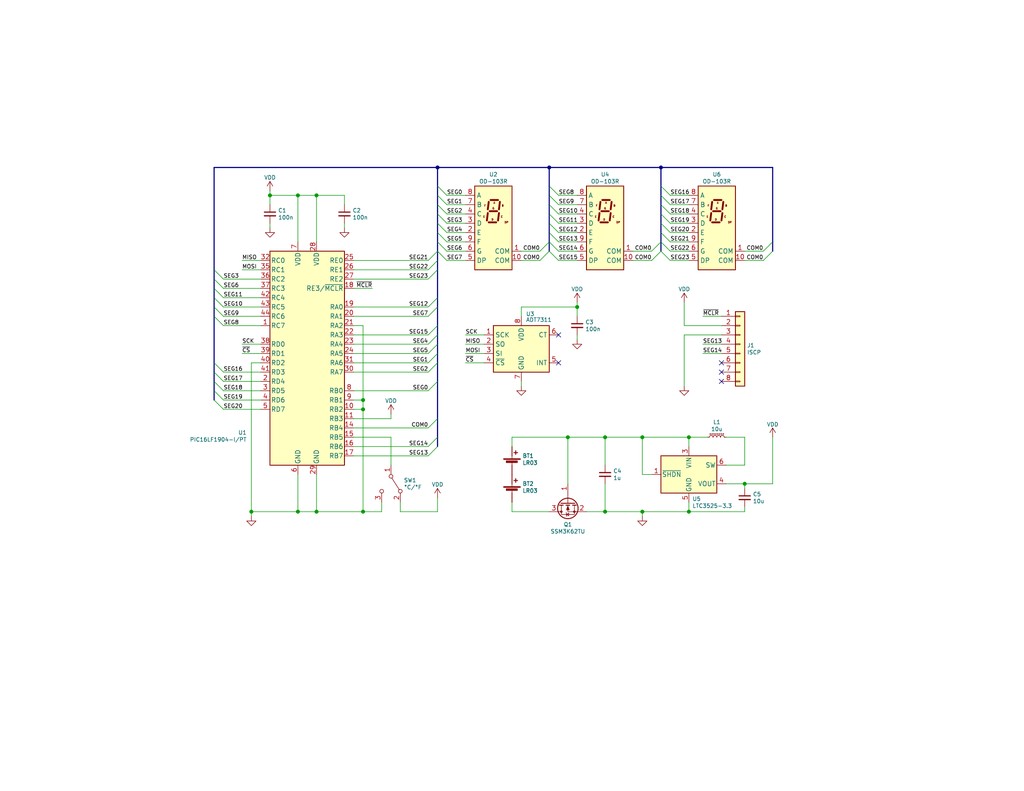
<source format=kicad_sch>
(kicad_sch (version 20211123) (generator eeschema)
  (paper "USLetter")
  (title_block (title "Digital Room Thermometer") (date "2022-07-01") (rev "01") (company "© 2022 ulaktron"))
  (lib_symbols
    (symbol "Connector_Generic:Conn_01x08" (pin_names (offset 1.016) hide)
      (property "Reference" "J" (at 0 10.16 0))
      (property "Value" "Conn_01x08" (at 0 -12.7 0))
      (symbol "Conn_01x08_1_1"
        (rectangle (start -1.27 -10.033) (end 0 -10.287) (stroke (width 0.1524)))
        (rectangle (start -1.27 -7.493) (end 0 -7.747) (stroke (width 0.1524)))
        (rectangle (start -1.27 -4.953) (end 0 -5.207) (stroke (width 0.1524)))
        (rectangle (start -1.27 -2.413) (end 0 -2.667) (stroke (width 0.1524)))
        (rectangle (start -1.27 0.127) (end 0 -0.127) (stroke (width 0.1524)))
        (rectangle (start -1.27 2.667) (end 0 2.413) (stroke (width 0.1524)))
        (rectangle (start -1.27 5.207) (end 0 4.953) (stroke (width 0.1524)))
        (rectangle (start -1.27 7.747) (end 0 7.493) (stroke (width 0.1524)))
        (rectangle (start -1.27 8.89) (end 1.27 -11.43) (stroke (width 0.254)) (fill (type background)))
        (pin passive line (at -5.08 7.62 0) (length 3.81) (name "Pin_1") (number "1"))
        (pin passive line (at -5.08 5.08 0) (length 3.81) (name "Pin_2") (number "2"))
        (pin passive line (at -5.08 2.54 0) (length 3.81) (name "Pin_3") (number "3"))
        (pin passive line (at -5.08 0 0) (length 3.81) (name "Pin_4") (number "4"))
        (pin passive line (at -5.08 -2.54 0) (length 3.81) (name "Pin_5") (number "5"))
        (pin passive line (at -5.08 -5.08 0) (length 3.81) (name "Pin_6") (number "6"))
        (pin passive line (at -5.08 -7.62 0) (length 3.81) (name "Pin_7") (number "7"))
        (pin passive line (at -5.08 -10.16 0) (length 3.81) (name "Pin_8") (number "8"))
      )
    )
    (symbol "Device:Battery_Cell" (pin_numbers hide) (pin_names (offset 0) hide)
      (property "Reference" "BT" (at 2.54 2.54 0))
      (property "Value" "Battery_Cell" (at 2.54 0 0))
      (symbol "Battery_Cell_0_1"
        (rectangle (start -2.286 1.778) (end 2.286 1.524) (fill (type outline)))
        (rectangle (start -1.5748 1.1938) (end 1.4732 0.6858) (fill (type outline)))
        (polyline (pts (xy 0 0.762) (xy 0 0)))
        (polyline (pts (xy 0 1.778) (xy 0 2.54)))
        (polyline (pts (xy 0.508 3.429) (xy 1.524 3.429)) (stroke (width 0.254)))
        (polyline (pts (xy 1.016 3.937) (xy 1.016 2.921)) (stroke (width 0.254)))
      )
      (symbol "Battery_Cell_1_1"
        (pin passive line (at 0 5.08 270) (length 2.54) (name "+") (number "1"))
        (pin passive line (at 0 -2.54 90) (length 2.54) (name "-") (number "2"))
      )
    )
    (symbol "Device:C_Small" (pin_numbers hide) (pin_names (offset 0.254) hide)
      (property "Reference" "C" (at 0.254 1.778 0))
      (property "Value" "C_Small" (at 0.254 -2.032 0))
      (symbol "C_Small_0_1"
        (polyline (pts (xy -1.524 -0.508) (xy 1.524 -0.508)) (stroke (width 0.3302)))
        (polyline (pts (xy -1.524 0.508) (xy 1.524 0.508)) (stroke (width 0.3048)))
      )
      (symbol "C_Small_1_1"
        (pin passive line (at 0 2.54 270) (length 2.032) (name "~") (number "1"))
        (pin passive line (at 0 -2.54 90) (length 2.032) (name "~") (number "2"))
      )
    )
    (symbol "Device:L_Ferrite_Small" (pin_numbers hide) (pin_names (offset 0.254) hide)
      (property "Reference" "L" (at 1.27 1.016 0))
      (property "Value" "L_Ferrite_Small" (at 1.27 -1.27 0))
      (symbol "L_Ferrite_Small_0_1"
        (arc (start 0 -2.032) (mid 0.508 -1.524) (end 0 -1.016))
        (arc (start 0 -1.016) (mid 0.508 -0.508) (end 0 0))
        (polyline (pts (xy 0.762 -1.905) (xy 0.762 -1.651)))
        (polyline (pts (xy 0.762 -1.397) (xy 0.762 -1.143)))
        (polyline (pts (xy 0.762 -0.889) (xy 0.762 -0.635)))
        (polyline (pts (xy 0.762 -0.381) (xy 0.762 -0.127)))
        (polyline (pts (xy 0.762 0.127) (xy 0.762 0.381)))
        (polyline (pts (xy 0.762 0.635) (xy 0.762 0.889)))
        (polyline (pts (xy 0.762 1.143) (xy 0.762 1.397)))
        (polyline (pts (xy 0.762 1.651) (xy 0.762 1.905)))
        (polyline (pts (xy 1.016 -1.651) (xy 1.016 -1.905)))
        (polyline (pts (xy 1.016 -1.143) (xy 1.016 -1.397)))
        (polyline (pts (xy 1.016 -0.635) (xy 1.016 -0.889)))
        (polyline (pts (xy 1.016 -0.127) (xy 1.016 -0.381)))
        (polyline (pts (xy 1.016 0.381) (xy 1.016 0.127)))
        (polyline (pts (xy 1.016 0.889) (xy 1.016 0.635)))
        (polyline (pts (xy 1.016 1.397) (xy 1.016 1.143)))
        (polyline (pts (xy 1.016 1.905) (xy 1.016 1.651)))
        (arc (start 0 0) (mid 0.508 0.508) (end 0 1.016))
        (arc (start 0 1.016) (mid 0.508 1.524) (end 0 2.032))
      )
      (symbol "L_Ferrite_Small_1_1"
        (pin passive line (at 0 2.54 270) (length 0.508) (name "~") (number "1"))
        (pin passive line (at 0 -2.54 90) (length 0.508) (name "~") (number "2"))
      )
    )
    (symbol "Device:Q_NMOS_GSD" (pin_names (offset 0) hide)
      (property "Reference" "Q" (at 5.08 1.27 0))
      (property "Value" "Q_NMOS_GSD" (at 5.08 -1.27 0))
      (symbol "Q_NMOS_GSD_0_1"
        (polyline (pts (xy 0.254 0) (xy -2.54 0)))
        (polyline (pts (xy 0.254 1.905) (xy 0.254 -1.905)) (stroke (width 0.254)))
        (polyline (pts (xy 0.762 -1.27) (xy 0.762 -2.286)) (stroke (width 0.254)))
        (polyline (pts (xy 0.762 0.508) (xy 0.762 -0.508)) (stroke (width 0.254)))
        (polyline (pts (xy 0.762 2.286) (xy 0.762 1.27)) (stroke (width 0.254)))
        (polyline (pts (xy 2.54 2.54) (xy 2.54 1.778)))
        (polyline (pts (xy 2.54 -2.54) (xy 2.54 0) (xy 0.762 0)))
        (polyline (pts (xy 0.762 -1.778) (xy 3.302 -1.778) (xy 3.302 1.778) (xy 0.762 1.778)))
        (polyline (pts (xy 1.016 0) (xy 2.032 0.381) (xy 2.032 -0.381) (xy 1.016 0)) (fill (type outline)))
        (polyline (pts (xy 2.794 0.508) (xy 2.921 0.381) (xy 3.683 0.381) (xy 3.81 0.254)))
        (polyline (pts (xy 3.302 0.381) (xy 2.921 -0.254) (xy 3.683 -0.254) (xy 3.302 0.381)))
        (circle (center 1.651 0) (radius 2.794) (stroke (width 0.254)))
        (circle (center 2.54 -1.778) (radius 0.254) (fill (type outline)))
        (circle (center 2.54 1.778) (radius 0.254) (fill (type outline)))
      )
      (symbol "Q_NMOS_GSD_1_1"
        (pin input line (at -5.08 0 0) (length 2.54) (name "G") (number "1"))
        (pin passive line (at 2.54 -5.08 90) (length 2.54) (name "S") (number "2"))
        (pin passive line (at 2.54 5.08 270) (length 2.54) (name "D") (number "3"))
      )
    )
    (symbol "OD-103R_1"
      (property "Reference" "U" (at 0 15.24 0))
      (property "Value" "OD-103R_1" (at 0 12.7 0))
      (symbol "OD-103R_1_0_0"
        (text "A" (at 0.254 6.858 0) (effects (font (size 0.508 0.508))))
        (text "B" (at 2.54 6.096 0) (effects (font (size 0.508 0.508))))
        (text "C" (at 2.286 3.048 0) (effects (font (size 0.508 0.508))))
        (text "D" (at -0.254 2.286 0) (effects (font (size 0.508 0.508))))
        (text "DP" (at 3.556 1.524 0) (effects (font (size 0.508 0.508))))
        (text "E" (at -2.54 3.048 0) (effects (font (size 0.508 0.508))))
        (text "F" (at -2.286 6.096 0) (effects (font (size 0.508 0.508))))
        (text "G" (at 0 5.334 0) (effects (font (size 0.508 0.508))))
        (pin passive line (at 7.62 -8.89 180) (length 2.54) (name "COM") (number "10"))
      )
      (symbol "OD-103R_1_0_1"
        (rectangle (start -5.08 11.43) (end 5.08 -11.43) (stroke (width 0.254)) (fill (type background)))
        (polyline (pts (xy -1.524 4.064) (xy -1.778 2.032)) (stroke (width 0.508)))
        (polyline (pts (xy -1.27 1.524) (xy 0.762 1.524)) (stroke (width 0.508)))
        (polyline (pts (xy -1.27 7.112) (xy -1.524 5.08)) (stroke (width 0.508)))
        (polyline (pts (xy -1.016 4.572) (xy 1.016 4.572)) (stroke (width 0.508)))
        (polyline (pts (xy -0.762 7.62) (xy 1.27 7.62)) (stroke (width 0.508)))
        (polyline (pts (xy 1.524 4.064) (xy 1.27 2.032)) (stroke (width 0.508)))
        (polyline (pts (xy 1.778 7.112) (xy 1.524 5.08)) (stroke (width 0.508)))
        (polyline (pts (xy 2.54 1.524) (xy 2.54 1.524)) (stroke (width 0.508)))
      )
      (symbol "OD-103R_1_1_1"
        (pin passive line (at 7.62 -6.35 180) (length 2.54) (name "COM") (number "1"))
        (pin passive line (at -7.62 -1.27 0) (length 2.54) (name "E") (number "2"))
        (pin passive line (at -7.62 1.27 0) (length 2.54) (name "D") (number "3"))
        (pin passive line (at -7.62 3.81 0) (length 2.54) (name "C") (number "4"))
        (pin passive line (at -7.62 -8.89 0) (length 2.54) (name "DP") (number "5"))
        (pin passive line (at -7.62 -6.35 0) (length 2.54) (name "G") (number "6"))
        (pin passive line (at -7.62 6.35 0) (length 2.54) (name "B") (number "7"))
        (pin passive line (at -7.62 8.89 0) (length 2.54) (name "A") (number "8"))
        (pin passive line (at -7.62 -3.81 0) (length 2.54) (name "F") (number "9"))
      )
    )
    (symbol "OD-103R_2"
      (property "Reference" "U" (at 0 15.24 0))
      (property "Value" "OD-103R_2" (at 0 12.7 0))
      (symbol "OD-103R_2_0_0"
        (text "A" (at 0.254 6.858 0) (effects (font (size 0.508 0.508))))
        (text "B" (at 2.54 6.096 0) (effects (font (size 0.508 0.508))))
        (text "C" (at 2.286 3.048 0) (effects (font (size 0.508 0.508))))
        (text "D" (at -0.254 2.286 0) (effects (font (size 0.508 0.508))))
        (text "DP" (at 3.556 1.524 0) (effects (font (size 0.508 0.508))))
        (text "E" (at -2.54 3.048 0) (effects (font (size 0.508 0.508))))
        (text "F" (at -2.286 6.096 0) (effects (font (size 0.508 0.508))))
        (text "G" (at 0 5.334 0) (effects (font (size 0.508 0.508))))
        (pin passive line (at 7.62 -8.89 180) (length 2.54) (name "COM") (number "10"))
      )
      (symbol "OD-103R_2_0_1"
        (rectangle (start -5.08 11.43) (end 5.08 -11.43) (stroke (width 0.254)) (fill (type background)))
        (polyline (pts (xy -1.524 4.064) (xy -1.778 2.032)) (stroke (width 0.508)))
        (polyline (pts (xy -1.27 1.524) (xy 0.762 1.524)) (stroke (width 0.508)))
        (polyline (pts (xy -1.27 7.112) (xy -1.524 5.08)) (stroke (width 0.508)))
        (polyline (pts (xy -1.016 4.572) (xy 1.016 4.572)) (stroke (width 0.508)))
        (polyline (pts (xy -0.762 7.62) (xy 1.27 7.62)) (stroke (width 0.508)))
        (polyline (pts (xy 1.524 4.064) (xy 1.27 2.032)) (stroke (width 0.508)))
        (polyline (pts (xy 1.778 7.112) (xy 1.524 5.08)) (stroke (width 0.508)))
        (polyline (pts (xy 2.54 1.524) (xy 2.54 1.524)) (stroke (width 0.508)))
      )
      (symbol "OD-103R_2_1_1"
        (pin passive line (at 7.62 -6.35 180) (length 2.54) (name "COM") (number "1"))
        (pin passive line (at -7.62 -1.27 0) (length 2.54) (name "E") (number "2"))
        (pin passive line (at -7.62 1.27 0) (length 2.54) (name "D") (number "3"))
        (pin passive line (at -7.62 3.81 0) (length 2.54) (name "C") (number "4"))
        (pin passive line (at -7.62 -8.89 0) (length 2.54) (name "DP") (number "5"))
        (pin passive line (at -7.62 -6.35 0) (length 2.54) (name "G") (number "6"))
        (pin passive line (at -7.62 6.35 0) (length 2.54) (name "B") (number "7"))
        (pin passive line (at -7.62 8.89 0) (length 2.54) (name "A") (number "8"))
        (pin passive line (at -7.62 -3.81 0) (length 2.54) (name "F") (number "9"))
      )
    )
    (symbol "Regulator_Switching:LTC3525-3.3" (pin_names (offset 0.254))
      (property "Reference" "U" (at -6.35 6.35 0))
      (property "Value" "LTC3525-3.3" (at 1.27 6.35 0))
      (symbol "LTC3525-3.3_0_1"
        (rectangle (start -7.62 5.08) (end 7.62 -5.08) (stroke (width 0.254)) (fill (type background)))
      )
      (symbol "LTC3525-3.3_1_1"
        (pin input line (at -10.16 0 0) (length 2.54) (name "~{SHDN}") (number "1"))
        (pin passive line (at 0 -7.62 90) (length 2.54) hide (name "GND") (number "2"))
        (pin power_in line (at 0 7.62 270) (length 2.54) (name "VIN") (number "3"))
        (pin power_out line (at 10.16 -2.54 180) (length 2.54) (name "VOUT") (number "4"))
        (pin power_in line (at 0 -7.62 90) (length 2.54) (name "GND") (number "5"))
        (pin input line (at 10.16 2.54 180) (length 2.54) (name "SW") (number "6"))
      )
    )
    (symbol "Switch:SW_SPDT" (pin_names (offset 0.002) hide)
      (property "Reference" "SW?" (at 0 6.8875 0))
      (property "Value" "°F/°C" (at 0 4.1124 0))
      (symbol "SW_SPDT_0_0"
        (circle (center -2.032 0) (radius 0.508))
        (circle (center 2.032 -2.54) (radius 0.508))
      )
      (symbol "SW_SPDT_0_1"
        (polyline (pts (xy -1.524 0.254) (xy 1.651 2.286)))
        (circle (center 2.032 2.54) (radius 0.508))
      )
      (symbol "SW_SPDT_1_1"
        (pin passive line (at -5.08 0 0) (length 2.54) (name "C") (number "1"))
        (pin passive line (at 5.08 2.54 180) (length 2.54) (name "A") (number "2"))
        (pin passive line (at 5.08 -2.54 180) (length 2.54) (name "B") (number "3"))
      )
    )
    (symbol "Vendor_Analog_Devices:ADT7311"
      (property "Reference" "U" (at 2.54 11.43 0))
      (property "Value" "ADT7311" (at 2.54 8.89 0))
      (symbol "ADT7311_0_1"
        (rectangle (start -7.62 6.35) (end 7.62 -6.35) (stroke (width 0.254)) (fill (type background)))
      )
      (symbol "ADT7311_1_1"
        (pin input line (at -10.16 3.81 0) (length 2.54) (name "SCK") (number "1"))
        (pin output line (at -10.16 1.27 0) (length 2.54) (name "SO") (number "2"))
        (pin input line (at -10.16 -1.27 0) (length 2.54) (name "SI") (number "3"))
        (pin input line (at -10.16 -3.81 0) (length 2.54) (name "~{CS}") (number "4"))
        (pin open_collector line (at 10.16 -3.81 180) (length 2.54) (name "INT") (number "5"))
        (pin open_collector line (at 10.16 3.81 180) (length 2.54) (name "CT") (number "6"))
        (pin power_in line (at 0 -8.89 90) (length 2.54) (name "GND") (number "7"))
        (pin power_in line (at 0 8.89 270) (length 2.54) (name "VDD") (number "8"))
      )
    )
    (symbol "Vendor_Microchip:PIC16LF1904-I{slash}PT" (pin_names (offset 0.254))
      (property "Reference" "U" (at 5.08 33.02 0))
      (property "Value" "PIC16LF1904-I{slash}PT" (at 5.08 30.48 0))
      (symbol "PIC16LF1904-I{slash}PT_0_0"
        (pin no_connect line (at -12.7 -20.32 0) (length 2.54) hide (name "NC") (number "12"))
        (pin no_connect line (at -12.7 -22.86 0) (length 2.54) hide (name "NC") (number "13"))
        (pin bidirectional line (at -12.7 -7.62 0) (length 2.54) (name "RD4") (number "2"))
        (pin bidirectional line (at 12.7 25.4 180) (length 2.54) (name "RE0") (number "25"))
        (pin bidirectional line (at 12.7 22.86 180) (length 2.54) (name "RE1") (number "26"))
        (pin bidirectional line (at 12.7 20.32 180) (length 2.54) (name "RE2") (number "27"))
        (pin power_in line (at 2.54 30.48 270) (length 2.54) (name "VDD") (number "28"))
        (pin bidirectional line (at -12.7 -10.16 0) (length 2.54) (name "RD5") (number "3"))
        (pin no_connect line (at -12.7 -25.4 0) (length 2.54) hide (name "NC") (number "33"))
        (pin no_connect line (at -12.7 -27.94 0) (length 2.54) hide (name "NC") (number "34"))
        (pin bidirectional line (at -12.7 2.54 0) (length 2.54) (name "RD0") (number "38"))
        (pin bidirectional line (at -12.7 0 0) (length 2.54) (name "RD1") (number "39"))
        (pin bidirectional line (at -12.7 -12.7 0) (length 2.54) (name "RD6") (number "4"))
        (pin bidirectional line (at -12.7 -2.54 0) (length 2.54) (name "RD2") (number "40"))
        (pin bidirectional line (at -12.7 -5.08 0) (length 2.54) (name "RD3") (number "41"))
        (pin bidirectional line (at -12.7 -15.24 0) (length 2.54) (name "RD7") (number "5"))
      )
      (symbol "PIC16LF1904-I{slash}PT_1_1"
        (rectangle (start -10.16 27.94) (end 10.16 -30.48) (stroke (width 0.254)) (fill (type background)))
        (pin bidirectional line (at -12.7 7.62 0) (length 2.54) (name "RC7") (number "1"))
        (pin bidirectional line (at 12.7 -15.24 180) (length 2.54) (name "RB2") (number "10"))
        (pin bidirectional line (at 12.7 -17.78 180) (length 2.54) (name "RB3") (number "11"))
        (pin bidirectional line (at 12.7 -20.32 180) (length 2.54) (name "RB4") (number "14"))
        (pin bidirectional line (at 12.7 -22.86 180) (length 2.54) (name "RB5") (number "15"))
        (pin bidirectional line (at 12.7 -25.4 180) (length 2.54) (name "RB6") (number "16"))
        (pin bidirectional line (at 12.7 -27.94 180) (length 2.54) (name "RB7") (number "17"))
        (pin bidirectional line (at 12.7 17.78 180) (length 2.54) (name "RE3/~{MCLR}") (number "18"))
        (pin bidirectional line (at 12.7 12.7 180) (length 2.54) (name "RA0") (number "19"))
        (pin bidirectional line (at 12.7 10.16 180) (length 2.54) (name "RA1") (number "20"))
        (pin bidirectional line (at 12.7 7.62 180) (length 2.54) (name "RA2") (number "21"))
        (pin bidirectional line (at 12.7 5.08 180) (length 2.54) (name "RA3") (number "22"))
        (pin bidirectional line (at 12.7 2.54 180) (length 2.54) (name "RA4") (number "23"))
        (pin bidirectional line (at 12.7 0 180) (length 2.54) (name "RA5") (number "24"))
        (pin power_in line (at 2.54 -33.02 90) (length 2.54) (name "GND") (number "29"))
        (pin bidirectional line (at 12.7 -5.08 180) (length 2.54) (name "RA7") (number "30"))
        (pin bidirectional line (at 12.7 -2.54 180) (length 2.54) (name "RA6") (number "31"))
        (pin bidirectional line (at -12.7 25.4 0) (length 2.54) (name "RC0") (number "32"))
        (pin bidirectional line (at -12.7 22.86 0) (length 2.54) (name "RC1") (number "35"))
        (pin bidirectional line (at -12.7 20.32 0) (length 2.54) (name "RC2") (number "36"))
        (pin bidirectional line (at -12.7 17.78 0) (length 2.54) (name "RC3") (number "37"))
        (pin bidirectional line (at -12.7 15.24 0) (length 2.54) (name "RC4") (number "42"))
        (pin bidirectional line (at -12.7 12.7 0) (length 2.54) (name "RC5") (number "43"))
        (pin bidirectional line (at -12.7 10.16 0) (length 2.54) (name "RC6") (number "44"))
        (pin power_in line (at -2.54 -33.02 90) (length 2.54) (name "GND") (number "6"))
        (pin power_in line (at -2.54 30.48 270) (length 2.54) (name "VDD") (number "7"))
        (pin bidirectional line (at 12.7 -10.16 180) (length 2.54) (name "RB0") (number "8"))
        (pin bidirectional line (at 12.7 -12.7 180) (length 2.54) (name "RB1") (number "9"))
      )
    )
    (symbol "Vendor_Orient_Display:OD-103R"
      (property "Reference" "U" (at 0 15.24 0))
      (property "Value" "OD-103R" (at 0 12.7 0))
      (symbol "OD-103R_0_0"
        (text "A" (at 0.254 6.858 0) (effects (font (size 0.508 0.508))))
        (text "B" (at 2.54 6.096 0) (effects (font (size 0.508 0.508))))
        (text "C" (at 2.286 3.048 0) (effects (font (size 0.508 0.508))))
        (text "D" (at -0.254 2.286 0) (effects (font (size 0.508 0.508))))
        (text "DP" (at 3.556 1.524 0) (effects (font (size 0.508 0.508))))
        (text "E" (at -2.54 3.048 0) (effects (font (size 0.508 0.508))))
        (text "F" (at -2.286 6.096 0) (effects (font (size 0.508 0.508))))
        (text "G" (at 0 5.334 0) (effects (font (size 0.508 0.508))))
        (pin passive line (at 7.62 -8.89 180) (length 2.54) (name "COM") (number "10"))
      )
      (symbol "OD-103R_0_1"
        (rectangle (start -5.08 11.43) (end 5.08 -11.43) (stroke (width 0.254)) (fill (type background)))
        (polyline (pts (xy -1.524 4.064) (xy -1.778 2.032)) (stroke (width 0.508)))
        (polyline (pts (xy -1.27 1.524) (xy 0.762 1.524)) (stroke (width 0.508)))
        (polyline (pts (xy -1.27 7.112) (xy -1.524 5.08)) (stroke (width 0.508)))
        (polyline (pts (xy -1.016 4.572) (xy 1.016 4.572)) (stroke (width 0.508)))
        (polyline (pts (xy -0.762 7.62) (xy 1.27 7.62)) (stroke (width 0.508)))
        (polyline (pts (xy 1.524 4.064) (xy 1.27 2.032)) (stroke (width 0.508)))
        (polyline (pts (xy 1.778 7.112) (xy 1.524 5.08)) (stroke (width 0.508)))
        (polyline (pts (xy 2.54 1.524) (xy 2.54 1.524)) (stroke (width 0.508)))
      )
      (symbol "OD-103R_1_1"
        (pin passive line (at 7.62 -6.35 180) (length 2.54) (name "COM") (number "1"))
        (pin passive line (at -7.62 -1.27 0) (length 2.54) (name "E") (number "2"))
        (pin passive line (at -7.62 1.27 0) (length 2.54) (name "D") (number "3"))
        (pin passive line (at -7.62 3.81 0) (length 2.54) (name "C") (number "4"))
        (pin passive line (at -7.62 -8.89 0) (length 2.54) (name "DP") (number "5"))
        (pin passive line (at -7.62 -6.35 0) (length 2.54) (name "G") (number "6"))
        (pin passive line (at -7.62 6.35 0) (length 2.54) (name "B") (number "7"))
        (pin passive line (at -7.62 8.89 0) (length 2.54) (name "A") (number "8"))
        (pin passive line (at -7.62 -3.81 0) (length 2.54) (name "F") (number "9"))
      )
    )
    (symbol "power:GND" (power) (pin_names (offset 0))
      (property "Value" "GND" (at 0 -3.81 0))
      (symbol "GND_0_1"
        (polyline (pts (xy 0 0) (xy 0 -1.27) (xy 1.27 -1.27) (xy 0 -2.54) (xy -1.27 -1.27) (xy 0 -1.27)))
      )
      (symbol "GND_1_1"
        (pin power_in line (at 0 0 270) (length 0) hide (name "GND") (number "1"))
      )
    )
    (symbol "power:VDD" (power) (pin_names (offset 0))
      (property "Value" "VDD" (at 0 3.81 0))
      (symbol "VDD_0_1"
        (polyline (pts (xy -0.762 1.27) (xy 0 2.54)))
        (polyline (pts (xy 0 0) (xy 0 2.54)))
        (polyline (pts (xy 0 2.54) (xy 0.762 1.27)))
      )
      (symbol "VDD_1_1"
        (pin power_in line (at 0 0 90) (length 0) hide (name "VDD") (number "1"))
      )
    )
  )
  (junction (at 119.38 45.72))
  (junction (at 86.36 53.34))
  (junction (at 73.66 53.34))
  (junction (at 99.06 109.22))
  (junction (at 165.1 119.38))
  (junction (at 203.2 132.08))
  (junction (at 86.36 139.7))
  (junction (at 165.1 139.7))
  (junction (at 81.28 139.7))
  (junction (at 175.26 119.38))
  (junction (at 187.96 119.38))
  (junction (at 175.26 139.7))
  (junction (at 187.96 139.7))
  (junction (at 81.28 53.34))
  (junction (at 68.58 139.7))
  (junction (at 157.48 83.82))
  (junction (at 154.94 119.38))
  (junction (at 180.34 45.72))
  (junction (at 99.06 111.76))
  (junction (at 99.06 139.7))
  (junction (at 149.86 45.72))
  (no_connect (at 196.85 101.6))
  (no_connect (at 152.4 99.06))
  (no_connect (at 196.85 99.06))
  (no_connect (at 196.85 104.14))
  (no_connect (at 152.4 91.44))
  (bus_entry (at 58.42 86.36) (size 2.54 2.54))
  (bus_entry (at 119.38 104.14) (size -2.54 2.54))
  (bus_entry (at 177.8 71.12) (size 2.54 -2.54))
  (bus_entry (at 152.4 53.34) (size -2.54 -2.54))
  (bus_entry (at 152.4 55.88) (size -2.54 -2.54))
  (bus_entry (at 58.42 104.14) (size 2.54 2.54))
  (bus_entry (at 58.42 78.74) (size 2.54 2.54))
  (bus_entry (at 152.4 68.58) (size -2.54 -2.54))
  (bus_entry (at 152.4 60.96) (size -2.54 -2.54))
  (bus_entry (at 119.38 81.28) (size -2.54 2.54))
  (bus_entry (at 121.92 71.12) (size -2.54 -2.54))
  (bus_entry (at 119.38 91.44) (size -2.54 2.54))
  (bus_entry (at 182.88 58.42) (size -2.54 -2.54))
  (bus_entry (at 121.92 60.96) (size -2.54 -2.54))
  (bus_entry (at 119.38 83.82) (size -2.54 2.54))
  (bus_entry (at 121.92 68.58) (size -2.54 -2.54))
  (bus_entry (at 121.92 66.04) (size -2.54 -2.54))
  (bus_entry (at 119.38 114.3) (size -2.54 2.54))
  (bus_entry (at 182.88 60.96) (size -2.54 -2.54))
  (bus_entry (at 119.38 119.38) (size -2.54 2.54))
  (bus_entry (at 119.38 99.06) (size -2.54 2.54))
  (bus_entry (at 119.38 96.52) (size -2.54 2.54))
  (bus_entry (at 182.88 71.12) (size -2.54 -2.54))
  (bus_entry (at 121.92 63.5) (size -2.54 -2.54))
  (bus_entry (at 58.42 73.66) (size 2.54 2.54))
  (bus_entry (at 121.92 58.42) (size -2.54 -2.54))
  (bus_entry (at 119.38 73.66) (size -2.54 2.54))
  (bus_entry (at 119.38 121.92) (size -2.54 2.54))
  (bus_entry (at 177.8 68.58) (size 2.54 -2.54))
  (bus_entry (at 58.42 101.6) (size 2.54 2.54))
  (bus_entry (at 152.4 66.04) (size -2.54 -2.54))
  (bus_entry (at 58.42 99.06) (size 2.54 2.54))
  (bus_entry (at 208.28 71.12) (size 2.54 -2.54))
  (bus_entry (at 152.4 63.5) (size -2.54 -2.54))
  (bus_entry (at 58.42 81.28) (size 2.54 2.54))
  (bus_entry (at 182.88 66.04) (size -2.54 -2.54))
  (bus_entry (at 119.38 93.98) (size -2.54 2.54))
  (bus_entry (at 119.38 71.12) (size -2.54 2.54))
  (bus_entry (at 182.88 55.88) (size -2.54 -2.54))
  (bus_entry (at 152.4 58.42) (size -2.54 -2.54))
  (bus_entry (at 147.32 71.12) (size 2.54 -2.54))
  (bus_entry (at 119.38 68.58) (size -2.54 2.54))
  (bus_entry (at 182.88 68.58) (size -2.54 -2.54))
  (bus_entry (at 182.88 63.5) (size -2.54 -2.54))
  (bus_entry (at 182.88 53.34) (size -2.54 -2.54))
  (bus_entry (at 147.32 68.58) (size 2.54 -2.54))
  (bus_entry (at 58.42 83.82) (size 2.54 2.54))
  (bus_entry (at 121.92 55.88) (size -2.54 -2.54))
  (bus_entry (at 152.4 71.12) (size -2.54 -2.54))
  (bus_entry (at 58.42 106.68) (size 2.54 2.54))
  (bus_entry (at 121.92 53.34) (size -2.54 -2.54))
  (bus_entry (at 58.42 109.22) (size 2.54 2.54))
  (bus_entry (at 58.42 76.2) (size 2.54 2.54))
  (bus_entry (at 119.38 88.9) (size -2.54 2.54))
  (bus_entry (at 208.28 68.58) (size 2.54 -2.54))
  (wire (pts (xy 187.96 63.5) (xy 182.88 63.5)))
  (wire (pts (xy 96.52 88.9) (xy 99.06 88.9)))
  (wire (pts (xy 127 93.98) (xy 132.08 93.98)))
  (wire (pts (xy 71.12 76.2) (xy 60.96 76.2)))
  (bus (pts (xy 58.42 76.2) (xy 58.42 78.74)))
  (bus (pts (xy 119.38 93.98) (xy 119.38 91.44)))
  (bus (pts (xy 119.38 45.72) (xy 149.86 45.72)))
  (wire (pts (xy 203.2 132.08) (xy 210.82 132.08)))
  (wire (pts (xy 93.98 53.34) (xy 93.98 55.88)))
  (wire (pts (xy 96.52 119.38) (xy 106.68 119.38)))
  (wire (pts (xy 96.52 78.74) (xy 101.6 78.74)))
  (wire (pts (xy 66.04 96.52) (xy 71.12 96.52)))
  (wire (pts (xy 196.85 91.44) (xy 186.69 91.44)))
  (wire (pts (xy 127 71.12) (xy 121.92 71.12)))
  (wire (pts (xy 96.52 101.6) (xy 116.84 101.6)))
  (wire (pts (xy 73.66 60.96) (xy 73.66 62.23)))
  (wire (pts (xy 96.52 111.76) (xy 99.06 111.76)))
  (wire (pts (xy 157.48 63.5) (xy 152.4 63.5)))
  (wire (pts (xy 187.96 53.34) (xy 182.88 53.34)))
  (wire (pts (xy 96.52 121.92) (xy 116.84 121.92)))
  (wire (pts (xy 196.85 88.9) (xy 186.69 88.9)))
  (bus (pts (xy 58.42 104.14) (xy 58.42 106.68)))
  (bus (pts (xy 119.38 60.96) (xy 119.38 63.5)))
  (wire (pts (xy 203.2 119.38) (xy 203.2 127)))
  (wire (pts (xy 73.66 52.07) (xy 73.66 53.34)))
  (wire (pts (xy 160.02 139.7) (xy 165.1 139.7)))
  (wire (pts (xy 175.26 119.38) (xy 175.26 129.54)))
  (wire (pts (xy 96.52 91.44) (xy 116.84 91.44)))
  (bus (pts (xy 119.38 45.72) (xy 119.38 50.8)))
  (bus (pts (xy 58.42 73.66) (xy 58.42 76.2)))
  (bus (pts (xy 119.38 93.98) (xy 119.38 96.52)))
  (wire (pts (xy 60.96 101.6) (xy 71.12 101.6)))
  (wire (pts (xy 96.52 93.98) (xy 116.84 93.98)))
  (wire (pts (xy 127 55.88) (xy 121.92 55.88)))
  (bus (pts (xy 119.38 83.82) (xy 119.38 88.9)))
  (wire (pts (xy 186.69 91.44) (xy 186.69 105.41)))
  (wire (pts (xy 187.96 55.88) (xy 182.88 55.88)))
  (bus (pts (xy 149.86 45.72) (xy 180.34 45.72)))
  (bus (pts (xy 149.86 55.88) (xy 149.86 58.42)))
  (wire (pts (xy 152.4 66.04) (xy 157.48 66.04)))
  (wire (pts (xy 142.24 83.82) (xy 157.48 83.82)))
  (wire (pts (xy 187.96 68.58) (xy 182.88 68.58)))
  (bus (pts (xy 119.38 66.04) (xy 119.38 68.58)))
  (wire (pts (xy 81.28 129.54) (xy 81.28 139.7)))
  (wire (pts (xy 96.52 109.22) (xy 99.06 109.22)))
  (wire (pts (xy 96.52 99.06) (xy 116.84 99.06)))
  (wire (pts (xy 73.66 53.34) (xy 73.66 55.88)))
  (wire (pts (xy 71.12 86.36) (xy 60.96 86.36)))
  (bus (pts (xy 119.38 58.42) (xy 119.38 60.96)))
  (wire (pts (xy 142.24 83.82) (xy 142.24 86.36)))
  (wire (pts (xy 66.04 71.12) (xy 71.12 71.12)))
  (wire (pts (xy 154.94 119.38) (xy 165.1 119.38)))
  (wire (pts (xy 127 96.52) (xy 132.08 96.52)))
  (wire (pts (xy 157.48 58.42) (xy 152.4 58.42)))
  (wire (pts (xy 127 53.34) (xy 121.92 53.34)))
  (wire (pts (xy 106.68 119.38) (xy 106.68 127)))
  (wire (pts (xy 99.06 109.22) (xy 99.06 111.76)))
  (wire (pts (xy 203.2 71.12) (xy 208.28 71.12)))
  (wire (pts (xy 154.94 119.38) (xy 154.94 132.08)))
  (bus (pts (xy 119.38 50.8) (xy 119.38 53.34)))
  (wire (pts (xy 96.52 76.2) (xy 116.84 76.2)))
  (wire (pts (xy 186.69 82.55) (xy 186.69 88.9)))
  (bus (pts (xy 149.86 45.72) (xy 149.86 50.8)))
  (wire (pts (xy 165.1 119.38) (xy 175.26 119.38)))
  (wire (pts (xy 172.72 71.12) (xy 177.8 71.12)))
  (wire (pts (xy 60.96 106.68) (xy 71.12 106.68)))
  (bus (pts (xy 180.34 60.96) (xy 180.34 63.5)))
  (bus (pts (xy 149.86 50.8) (xy 149.86 53.34)))
  (wire (pts (xy 127 68.58) (xy 121.92 68.58)))
  (bus (pts (xy 149.86 63.5) (xy 149.86 66.04)))
  (wire (pts (xy 86.36 139.7) (xy 99.06 139.7)))
  (wire (pts (xy 157.48 55.88) (xy 152.4 55.88)))
  (wire (pts (xy 109.22 137.16) (xy 109.22 139.7)))
  (bus (pts (xy 180.34 58.42) (xy 180.34 60.96)))
  (wire (pts (xy 127 58.42) (xy 121.92 58.42)))
  (wire (pts (xy 157.48 60.96) (xy 152.4 60.96)))
  (wire (pts (xy 81.28 66.04) (xy 81.28 53.34)))
  (wire (pts (xy 121.92 66.04) (xy 127 66.04)))
  (bus (pts (xy 210.82 66.04) (xy 210.82 68.58)))
  (wire (pts (xy 203.2 132.08) (xy 203.2 133.35)))
  (bus (pts (xy 119.38 119.38) (xy 119.38 121.92)))
  (bus (pts (xy 119.38 81.28) (xy 119.38 83.82)))
  (wire (pts (xy 96.52 73.66) (xy 116.84 73.66)))
  (wire (pts (xy 71.12 88.9) (xy 60.96 88.9)))
  (wire (pts (xy 71.12 78.74) (xy 60.96 78.74)))
  (wire (pts (xy 127 63.5) (xy 121.92 63.5)))
  (wire (pts (xy 203.2 68.58) (xy 208.28 68.58)))
  (wire (pts (xy 187.96 139.7) (xy 203.2 139.7)))
  (wire (pts (xy 177.8 129.54) (xy 175.26 129.54)))
  (bus (pts (xy 149.86 60.96) (xy 149.86 63.5)))
  (bus (pts (xy 180.34 55.88) (xy 180.34 58.42)))
  (wire (pts (xy 142.24 71.12) (xy 147.32 71.12)))
  (wire (pts (xy 96.52 86.36) (xy 116.84 86.36)))
  (wire (pts (xy 157.48 53.34) (xy 152.4 53.34)))
  (wire (pts (xy 187.96 60.96) (xy 182.88 60.96)))
  (bus (pts (xy 119.38 114.3) (xy 119.38 119.38)))
  (wire (pts (xy 157.48 82.55) (xy 157.48 83.82)))
  (bus (pts (xy 180.34 45.72) (xy 210.82 45.72)))
  (wire (pts (xy 119.38 135.89) (xy 119.38 139.7)))
  (wire (pts (xy 96.52 114.3) (xy 106.68 114.3)))
  (wire (pts (xy 165.1 119.38) (xy 165.1 127)))
  (bus (pts (xy 119.38 73.66) (xy 119.38 81.28)))
  (wire (pts (xy 99.06 111.76) (xy 99.06 139.7)))
  (wire (pts (xy 96.52 124.46) (xy 116.84 124.46)))
  (bus (pts (xy 58.42 78.74) (xy 58.42 81.28)))
  (bus (pts (xy 119.38 55.88) (xy 119.38 58.42)))
  (wire (pts (xy 139.7 139.7) (xy 149.86 139.7)))
  (bus (pts (xy 180.34 53.34) (xy 180.34 55.88)))
  (wire (pts (xy 60.96 109.22) (xy 71.12 109.22)))
  (bus (pts (xy 119.38 99.06) (xy 119.38 104.14)))
  (wire (pts (xy 198.12 119.38) (xy 203.2 119.38)))
  (wire (pts (xy 73.66 53.34) (xy 81.28 53.34)))
  (bus (pts (xy 149.86 53.34) (xy 149.86 55.88)))
  (wire (pts (xy 175.26 139.7) (xy 187.96 139.7)))
  (bus (pts (xy 119.38 53.34) (xy 119.38 55.88)))
  (bus (pts (xy 119.38 91.44) (xy 119.38 88.9)))
  (wire (pts (xy 187.96 119.38) (xy 193.04 119.38)))
  (wire (pts (xy 157.48 68.58) (xy 152.4 68.58)))
  (bus (pts (xy 119.38 104.14) (xy 119.38 114.3)))
  (wire (pts (xy 86.36 53.34) (xy 93.98 53.34)))
  (wire (pts (xy 210.82 119.38) (xy 210.82 132.08)))
  (wire (pts (xy 68.58 99.06) (xy 68.58 139.7)))
  (bus (pts (xy 210.82 45.72) (xy 210.82 66.04)))
  (wire (pts (xy 139.7 119.38) (xy 139.7 121.92)))
  (wire (pts (xy 96.52 71.12) (xy 116.84 71.12)))
  (wire (pts (xy 86.36 66.04) (xy 86.36 53.34)))
  (wire (pts (xy 165.1 132.08) (xy 165.1 139.7)))
  (wire (pts (xy 99.06 139.7) (xy 104.14 139.7)))
  (bus (pts (xy 58.42 83.82) (xy 58.42 86.36)))
  (wire (pts (xy 175.26 139.7) (xy 175.26 140.97)))
  (wire (pts (xy 93.98 60.96) (xy 93.98 62.23)))
  (bus (pts (xy 58.42 45.72) (xy 58.42 73.66)))
  (bus (pts (xy 58.42 45.72) (xy 119.38 45.72)))
  (wire (pts (xy 191.77 96.52) (xy 196.85 96.52)))
  (wire (pts (xy 81.28 139.7) (xy 86.36 139.7)))
  (wire (pts (xy 198.12 132.08) (xy 203.2 132.08)))
  (wire (pts (xy 187.96 119.38) (xy 187.96 121.92)))
  (wire (pts (xy 142.24 104.14) (xy 142.24 105.41)))
  (wire (pts (xy 66.04 93.98) (xy 71.12 93.98)))
  (bus (pts (xy 119.38 63.5) (xy 119.38 66.04)))
  (wire (pts (xy 187.96 58.42) (xy 182.88 58.42)))
  (wire (pts (xy 96.52 83.82) (xy 116.84 83.82)))
  (bus (pts (xy 58.42 81.28) (xy 58.42 83.82)))
  (wire (pts (xy 96.52 96.52) (xy 116.84 96.52)))
  (wire (pts (xy 66.04 73.66) (xy 71.12 73.66)))
  (wire (pts (xy 127 60.96) (xy 121.92 60.96)))
  (bus (pts (xy 58.42 101.6) (xy 58.42 104.14)))
  (bus (pts (xy 149.86 58.42) (xy 149.86 60.96)))
  (bus (pts (xy 149.86 66.04) (xy 149.86 68.58)))
  (wire (pts (xy 60.96 111.76) (xy 71.12 111.76)))
  (wire (pts (xy 96.52 116.84) (xy 116.84 116.84)))
  (bus (pts (xy 58.42 86.36) (xy 58.42 99.06)))
  (wire (pts (xy 203.2 138.43) (xy 203.2 139.7)))
  (wire (pts (xy 96.52 106.68) (xy 116.84 106.68)))
  (wire (pts (xy 109.22 139.7) (xy 119.38 139.7)))
  (bus (pts (xy 58.42 106.68) (xy 58.42 109.22)))
  (wire (pts (xy 104.14 137.16) (xy 104.14 139.7)))
  (wire (pts (xy 127 91.44) (xy 132.08 91.44)))
  (wire (pts (xy 142.24 68.58) (xy 147.32 68.58)))
  (wire (pts (xy 127 99.06) (xy 132.08 99.06)))
  (wire (pts (xy 81.28 53.34) (xy 86.36 53.34)))
  (bus (pts (xy 119.38 68.58) (xy 119.38 71.12)))
  (wire (pts (xy 60.96 104.14) (xy 71.12 104.14)))
  (wire (pts (xy 203.2 127) (xy 198.12 127)))
  (bus (pts (xy 58.42 99.06) (xy 58.42 101.6)))
  (wire (pts (xy 139.7 119.38) (xy 154.94 119.38)))
  (wire (pts (xy 68.58 139.7) (xy 81.28 139.7)))
  (wire (pts (xy 187.96 137.16) (xy 187.96 139.7)))
  (wire (pts (xy 68.58 139.7) (xy 68.58 140.97)))
  (bus (pts (xy 180.34 66.04) (xy 180.34 68.58)))
  (wire (pts (xy 157.48 91.44) (xy 157.48 92.71)))
  (bus (pts (xy 119.38 71.12) (xy 119.38 73.66)))
  (wire (pts (xy 68.58 99.06) (xy 71.12 99.06)))
  (wire (pts (xy 191.77 86.36) (xy 196.85 86.36)))
  (wire (pts (xy 157.48 71.12) (xy 152.4 71.12)))
  (wire (pts (xy 86.36 129.54) (xy 86.36 139.7)))
  (wire (pts (xy 71.12 83.82) (xy 60.96 83.82)))
  (wire (pts (xy 165.1 139.7) (xy 175.26 139.7)))
  (wire (pts (xy 99.06 88.9) (xy 99.06 109.22)))
  (bus (pts (xy 180.34 63.5) (xy 180.34 66.04)))
  (wire (pts (xy 106.68 113.03) (xy 106.68 114.3)))
  (wire (pts (xy 175.26 119.38) (xy 187.96 119.38)))
  (wire (pts (xy 187.96 71.12) (xy 182.88 71.12)))
  (wire (pts (xy 71.12 81.28) (xy 60.96 81.28)))
  (wire (pts (xy 139.7 137.16) (xy 139.7 139.7)))
  (wire (pts (xy 191.77 93.98) (xy 196.85 93.98)))
  (bus (pts (xy 180.34 45.72) (xy 180.34 50.8)))
  (wire (pts (xy 182.88 66.04) (xy 187.96 66.04)))
  (wire (pts (xy 172.72 68.58) (xy 177.8 68.58)))
  (bus (pts (xy 119.38 96.52) (xy 119.38 99.06)))
  (bus (pts (xy 180.34 50.8) (xy 180.34 53.34)))
  (wire (pts (xy 157.48 83.82) (xy 157.48 86.36)))
  (label "SEG18" (at 182.88 58.42 0) (effects (font (size 1.0668 1.0668))))
  (label "SEG13" (at 191.77 93.98 0) (effects (font (size 1.0668 1.0668))))
  (label "COM0" (at 177.8 71.12 180) (effects (font (size 1.0668 1.0668))))
  (label "SEG15" (at 152.4 71.12 0) (effects (font (size 1.0668 1.0668))))
  (label "SEG19" (at 60.96 109.22 0) (effects (font (size 1.0668 1.0668))))
  (label "COM0" (at 208.28 71.12 180) (effects (font (size 1.0668 1.0668))))
  (label "SEG13" (at 152.4 66.04 0) (effects (font (size 1.0668 1.0668))))
  (label "SEG10" (at 152.4 58.42 0) (effects (font (size 1.0668 1.0668))))
  (label "SEG9" (at 60.96 86.36 0) (effects (font (size 1.0668 1.0668))))
  (label "SEG14" (at 152.4 68.58 0) (effects (font (size 1.0668 1.0668))))
  (label "SEG4" (at 121.92 63.5 0) (effects (font (size 1.0668 1.0668))))
  (label "SEG13" (at 116.84 124.46 180) (effects (font (size 1.0668 1.0668))))
  (label "SEG14" (at 116.84 121.92 180) (effects (font (size 1.0668 1.0668))))
  (label "SEG17" (at 182.88 55.88 0) (effects (font (size 1.0668 1.0668))))
  (label "SEG12" (at 152.4 63.5 0) (effects (font (size 1.0668 1.0668))))
  (label "SEG8" (at 152.4 53.34 0) (effects (font (size 1.0668 1.0668))))
  (label "SEG15" (at 116.84 91.44 180) (effects (font (size 1.0668 1.0668))))
  (label "SEG2" (at 121.92 58.42 0) (effects (font (size 1.0668 1.0668))))
  (label "SEG3" (at 121.92 60.96 0) (effects (font (size 1.0668 1.0668))))
  (label "COM0" (at 116.84 116.84 180) (effects (font (size 1.0668 1.0668))))
  (label "SEG18" (at 60.96 106.68 0) (effects (font (size 1.0668 1.0668))))
  (label "SEG6" (at 121.92 68.58 0) (effects (font (size 1.0668 1.0668))))
  (label "SEG0" (at 116.84 106.68 180) (effects (font (size 1.0668 1.0668))))
  (label "SEG1" (at 121.92 55.88 0) (effects (font (size 1.0668 1.0668))))
  (label "SEG16" (at 182.88 53.34 0) (effects (font (size 1.0668 1.0668))))
  (label "MOSI" (at 127 96.52 0) (effects (font (size 1.0668 1.0668))))
  (label "SEG19" (at 182.88 60.96 0) (effects (font (size 1.0668 1.0668))))
  (label "MISO" (at 127 93.98 0) (effects (font (size 1.0668 1.0668))))
  (label "SEG7" (at 121.92 71.12 0) (effects (font (size 1.0668 1.0668))))
  (label "SEG14" (at 191.77 96.52 0) (effects (font (size 1.0668 1.0668))))
  (label "SEG7" (at 116.84 86.36 180) (effects (font (size 1.0668 1.0668))))
  (label "SCK" (at 66.04 93.98 0) (effects (font (size 1.0668 1.0668))))
  (label "COM0" (at 147.32 71.12 180) (effects (font (size 1.0668 1.0668))))
  (label "SEG10" (at 60.96 83.82 0) (effects (font (size 1.0668 1.0668))))
  (label "COM0" (at 177.8 68.58 180) (effects (font (size 1.0668 1.0668))))
  (label "SEG22" (at 182.88 68.58 0) (effects (font (size 1.0668 1.0668))))
  (label "SEG20" (at 60.96 111.76 0) (effects (font (size 1.0668 1.0668))))
  (label "~{CS}" (at 66.04 96.52 0) (effects (font (size 1.0668 1.0668))))
  (label "SEG4" (at 116.84 93.98 180) (effects (font (size 1.0668 1.0668))))
  (label "SEG9" (at 152.4 55.88 0) (effects (font (size 1.0668 1.0668))))
  (label "SEG2" (at 116.84 101.6 180) (effects (font (size 1.0668 1.0668))))
  (label "SEG11" (at 60.96 81.28 0) (effects (font (size 1.0668 1.0668))))
  (label "SEG6" (at 60.96 78.74 0) (effects (font (size 1.0668 1.0668))))
  (label "SEG20" (at 182.88 63.5 0) (effects (font (size 1.0668 1.0668))))
  (label "SEG5" (at 121.92 66.04 0) (effects (font (size 1.0668 1.0668))))
  (label "SEG11" (at 152.4 60.96 0) (effects (font (size 1.0668 1.0668))))
  (label "SEG1" (at 116.84 99.06 180) (effects (font (size 1.0668 1.0668))))
  (label "COM0" (at 147.32 68.58 180) (effects (font (size 1.0668 1.0668))))
  (label "SEG3" (at 60.96 76.2 0) (effects (font (size 1.0668 1.0668))))
  (label "SEG0" (at 121.92 53.34 0) (effects (font (size 1.0668 1.0668))))
  (label "SEG17" (at 60.96 104.14 0) (effects (font (size 1.0668 1.0668))))
  (label "SEG12" (at 116.84 83.82 180) (effects (font (size 1.0668 1.0668))))
  (label "SEG23" (at 116.84 76.2 180) (effects (font (size 1.0668 1.0668))))
  (label "SEG22" (at 116.84 73.66 180) (effects (font (size 1.0668 1.0668))))
  (label "MOSI" (at 66.04 73.66 0) (effects (font (size 1.0668 1.0668))))
  (label "SEG16" (at 60.96 101.6 0) (effects (font (size 1.0668 1.0668))))
  (label "SEG21" (at 182.88 66.04 0) (effects (font (size 1.0668 1.0668))))
  (label "SEG21" (at 116.84 71.12 180) (effects (font (size 1.0668 1.0668))))
  (label "COM0" (at 208.28 68.58 180) (effects (font (size 1.0668 1.0668))))
  (label "MISO" (at 66.04 71.12 0) (effects (font (size 1.0668 1.0668))))
  (label "SEG5" (at 116.84 96.52 180) (effects (font (size 1.0668 1.0668))))
  (label "SEG23" (at 182.88 71.12 0) (effects (font (size 1.0668 1.0668))))
  (label "~{MCLR}" (at 101.6 78.74 180) (effects (font (size 1.0668 1.0668))))
  (label "SEG8" (at 60.96 88.9 0) (effects (font (size 1.0668 1.0668))))
  (label "~{CS}" (at 127 99.06 0) (effects (font (size 1.0668 1.0668))))
  (label "~{MCLR}" (at 191.77 86.36 0) (effects (font (size 1.0668 1.0668))))
  (label "SCK" (at 127 91.44 0) (effects (font (size 1.0668 1.0668))))
  (symbol (lib_id "Device:C_Small") (at 93.98 58.42 0) (unit 1)
    (property "Reference" "C2" (at 96.2025 57.4675 0) (effects (font (size 1.0668 1.0668)) (justify left)))
    (property "Value" "100n" (at 96.2025 59.3725 0) (effects (font (size 1.0668 1.0668)) (justify left)))
    (property "Footprint" "Capacitor_SMD:C_0603_1608Metric" (effects hide))
    (property "Manufacturer" "Samsung Electro-Mechanics" (effects hide))
    (property "Part" "CL10B104KC8NNNC" (effects hide))
  )
  (symbol (lib_name "OD-103R_2") (lib_id "Vendor_Orient_Display:OD-103R") (at 165.1 62.23 0) (unit 1)
    (property "Reference" "U4" (at 165.1 47.625 0) (effects (font (size 1.0668 1.0668))))
    (property "Value" "OD-103R" (at 165.1 49.53 0) (effects (font (size 1.0668 1.0668))))
    (property "Footprint" "Vendor_Orient_Display:OD-103R" (effects hide))
    (property "Datasheet" "https://www.orientdisplay.com/standard_lcd/OD-103R.pdf" (effects hide))
    (property "Manufacturer" "Orient Display" (effects hide))
    (property "Part" "OD-103R" (effects hide))
  )
  (symbol (lib_id "Device:L_Ferrite_Small") (at 195.58 119.38 90) (unit 1)
    (property "Reference" "L1" (at 195.58 115.2525 90) (effects (font (size 1.0668 1.0668))))
    (property "Value" "10u" (at 195.58 117.1575 90) (effects (font (size 1.0668 1.0668))))
    (property "Footprint" "Inductor_SMD:L_Taiyo-Yuden_NR-30xx" (effects hide))
    (property "Manufacturer" "Taiyo Yuden" (effects hide))
    (property "Part" "NRH3012T100MN" (effects hide))
  )
  (symbol (lib_id "Vendor_Analog_Devices:ADT7311") (at 142.24 95.25 0) (unit 1)
    (property "Reference" "U3" (at 143.51 85.725 0) (effects (font (size 1.0668 1.0668)) (justify left)))
    (property "Value" "ADT7311" (at 143.51 87.3125 0) (effects (font (size 1.0668 1.0668)) (justify left)))
    (property "Footprint" "Package_SO:SOIC-8_3.9x4.9mm_P1.27mm" (effects hide))
    (property "Datasheet" "https://www.analog.com/media/en/technical-documentation/data-sheets/ADT7311.pdf" (effects hide))
    (property "Manufacturer" "Analog Devices" (effects hide))
    (property "Part" "ADT7311WTRZ-RL7" (effects hide))
  )
  (symbol (lib_id "Device:C_Small") (at 165.1 129.54 0) (unit 1)
    (property "Reference" "C4" (at 167.3225 128.5875 0) (effects (font (size 1.0668 1.0668)) (justify left)))
    (property "Value" "1u" (at 167.3225 130.4925 0) (effects (font (size 1.0668 1.0668)) (justify left)))
    (property "Footprint" "Capacitor_SMD:C_0805_2012Metric" (effects hide))
    (property "Manufacturer" "Samsung Electro-Mechanics" (effects hide))
    (property "Part" "CL21B105KBFNNNE" (effects hide))
  )
  (symbol (lib_id "power:GND") (at 186.69 105.41 0) (unit 1)
    (property "Reference" "#PWR012" (effects hide))
    (property "Value" "GND" (effects hide))
  )
  (symbol (lib_id "power:GND") (at 142.24 105.41 0) (unit 1)
    (property "Reference" "#PWR07" (effects hide))
    (property "Value" "GND" (effects hide))
  )
  (symbol (lib_id "power:VDD") (at 106.68 113.03 0) (unit 1)
    (property "Reference" "#PWR05" (effects hide))
    (property "Value" "VDD" (at 106.68 109.4255 0) (effects (font (size 1.0668 1.0668))))
  )
  (symbol (lib_id "Vendor_Microchip:PIC16LF1904-I{slash}PT") (at 83.82 96.52 0) (unit 1)
    (property "Reference" "U1" (at 67.31 118.11 0) (effects (font (size 1.0668 1.0668)) (justify right)))
    (property "Value" "PIC16LF1904-I/PT" (at 67.31 120.015 0) (effects (font (size 1.0668 1.0668)) (justify right)))
    (property "Footprint" "Package_QFP:TQFP-44_10x10mm_P0.8mm" (effects hide))
    (property "Datasheet" "https://ww1.microchip.com/downloads/en/DeviceDoc/40001569D.pdf" (effects hide))
    (property "Manufacturer" "Microchip" (effects hide))
    (property "Part" "PIC16LF1904-I/PT" (effects hide))
  )
  (symbol (lib_id "power:VDD") (at 210.82 119.38 0) (unit 1)
    (property "Reference" "#PWR013" (effects hide))
    (property "Value" "VDD" (at 210.82 115.8875 0) (effects (font (size 1.0668 1.0668))))
  )
  (symbol (lib_id "power:GND") (at 73.66 62.23 0) (unit 1)
    (property "Reference" "#PWR03" (effects hide))
    (property "Value" "GND" (effects hide))
  )
  (symbol (lib_id "Device:Q_NMOS_GSD") (at 154.94 137.16 90) (mirror x) (unit 1)
    (property "Reference" "Q1" (at 154.94 143.1925 90) (effects (font (size 1.0668 1.0668))))
    (property "Value" "SSM3K62TU" (at 154.94 145.0975 90) (effects (font (size 1.0668 1.0668))))
    (property "Footprint" "Vendor_Toshiba:UFM" (effects hide))
    (property "Datasheet" "https://toshiba.semicon-storage.com/info/docget.jsp?did=54982&prodName=SSM3K62TU" (effects hide))
    (property "Manufacturer" "Toshiba" (effects hide))
    (property "Part" "SSM3K62TU,LF" (effects hide))
  )
  (symbol (lib_id "Device:C_Small") (at 73.66 58.42 0) (unit 1)
    (property "Reference" "C1" (at 75.8825 57.4675 0) (effects (font (size 1.0668 1.0668)) (justify left)))
    (property "Value" "100n" (at 75.8825 59.3725 0) (effects (font (size 1.0668 1.0668)) (justify left)))
    (property "Footprint" "Capacitor_SMD:C_0603_1608Metric" (effects hide))
    (property "Manufacturer" "Samsung Electro-Mechanics" (effects hide))
    (property "Part" "CL10B104KC8NNNC" (effects hide))
  )
  (symbol (lib_name "OD-103R_1") (lib_id "Vendor_Orient_Display:OD-103R") (at 134.62 62.23 0) (unit 1)
    (property "Reference" "U2" (at 134.62 47.625 0) (effects (font (size 1.0668 1.0668))))
    (property "Value" "OD-103R" (at 134.62 49.53 0) (effects (font (size 1.0668 1.0668))))
    (property "Footprint" "Vendor_Orient_Display:OD-103R" (effects hide))
    (property "Datasheet" "https://www.orientdisplay.com/standard_lcd/OD-103R.pdf" (effects hide))
    (property "Manufacturer" "Orient Display" (effects hide))
    (property "Part" "OD-103R" (effects hide))
  )
  (symbol (lib_id "Vendor_Orient_Display:OD-103R") (at 195.58 62.23 0) (unit 1)
    (property "Reference" "U6" (at 195.58 47.625 0) (effects (font (size 1.0668 1.0668))))
    (property "Value" "OD-103R" (at 195.58 49.53 0) (effects (font (size 1.0668 1.0668))))
    (property "Footprint" "Vendor_Orient_Display:OD-103R" (effects hide))
    (property "Datasheet" "https://www.orientdisplay.com/standard_lcd/OD-103R.pdf" (effects hide))
    (property "Manufacturer" "Orient Display" (effects hide))
    (property "Part" "OD-103R" (effects hide))
  )
  (symbol (lib_id "power:GND") (at 157.48 92.71 0) (unit 1)
    (property "Reference" "#PWR09" (effects hide))
    (property "Value" "GND" (effects hide))
  )
  (symbol (lib_id "power:GND") (at 93.98 62.23 0) (unit 1)
    (property "Reference" "#PWR04" (effects hide))
    (property "Value" "GND" (effects hide))
  )
  (symbol (lib_id "power:VDD") (at 157.48 82.55 0) (unit 1)
    (property "Reference" "#PWR08" (effects hide))
    (property "Value" "VDD" (at 157.48 78.9455 0) (effects (font (size 1.0668 1.0668))))
  )
  (symbol (lib_id "Connector_Generic:Conn_01x08") (at 201.93 93.98 0) (unit 1)
    (property "Reference" "J1" (at 203.835 94.2975 0) (effects (font (size 1.0668 1.0668)) (justify left)))
    (property "Value" "ISCP" (at 203.835 96.2025 0) (effects (font (size 1.0668 1.0668)) (justify left)))
    (property "Footprint" "Connector_PinHeader_2.54mm:PinHeader_1x08_P2.54mm_Vertical" (effects hide))
  )
  (symbol (lib_id "power:GND") (at 175.26 140.97 0) (unit 1)
    (property "Reference" "#PWR010" (effects hide))
    (property "Value" "GND" (effects hide))
  )
  (symbol (lib_id "power:VDD") (at 73.66 52.07 0) (unit 1)
    (property "Reference" "#PWR02" (effects hide))
    (property "Value" "VDD" (at 73.66 48.4655 0) (effects (font (size 1.0668 1.0668))))
  )
  (symbol (lib_id "Device:Battery_Cell") (at 139.7 127 0) (unit 1)
    (property "Reference" "BT1" (at 142.5575 124.46 0) (effects (font (size 1.0668 1.0668)) (justify left)))
    (property "Value" "LR03" (at 142.5575 126.365 0) (effects (font (size 1.0668 1.0668)) (justify left)))
    (property "Footprint" "Vendor_Keystone:1020" (effects hide))
    (property "Datasheet" "https://www.mouser.com/datasheet/2/215/020-745961.pdf" (effects hide))
    (property "Manufacturer" "Keystone" (effects hide))
    (property "Part" "1020" (effects hide))
  )
  (symbol (lib_id "Regulator_Switching:LTC3525-3.3") (at 187.96 129.54 0) (unit 1)
    (property "Reference" "U5" (at 188.9125 136.2075 0) (effects (font (size 1.0668 1.0668)) (justify left)))
    (property "Value" "LTC3525-3.3" (at 188.9125 138.1125 0) (effects (font (size 1.0668 1.0668)) (justify left)))
    (property "Footprint" "Package_TO_SOT_SMD:SOT-363_SC-70-6" (effects hide))
    (property "Datasheet" "https://www.analog.com/media/en/technical-documentation/data-sheets/3525fc.pdf" (effects hide))
    (property "Manufacturer" "Analog Devices" (effects hide))
    (property "Part" "LTC3525ESC6-3.3#TRMPBF" (effects hide))
  )
  (symbol (lib_id "Device:Battery_Cell") (at 139.7 134.62 0) (unit 1)
    (property "Reference" "BT2" (at 142.5575 132.08 0) (effects (font (size 1.0668 1.0668)) (justify left)))
    (property "Value" "LR03" (at 142.5575 133.985 0) (effects (font (size 1.0668 1.0668)) (justify left)))
    (property "Footprint" "Vendor_Keystone:1020" (effects hide))
    (property "Datasheet" "https://www.mouser.com/datasheet/2/215/020-745961.pdf" (effects hide))
    (property "Manufacturer" "Keystone" (effects hide))
    (property "Part" "1020" (effects hide))
  )
  (symbol (lib_id "power:GND") (at 68.58 140.97 0) (unit 1)
    (property "Reference" "#PWR01" (effects hide))
    (property "Value" "GND" (effects hide))
  )
  (symbol (lib_id "Device:C_Small") (at 157.48 88.9 0) (unit 1)
    (property "Reference" "C3" (at 159.7025 87.9475 0) (effects (font (size 1.0668 1.0668)) (justify left)))
    (property "Value" "100n" (at 159.7025 89.8525 0) (effects (font (size 1.0668 1.0668)) (justify left)))
    (property "Footprint" "Capacitor_SMD:C_0603_1608Metric" (effects hide))
    (property "Manufacturer" "Samsung Electro-Mechanics" (effects hide))
    (property "Part" "CL10B104KC8NNNC" (effects hide))
  )
  (symbol (lib_id "Device:C_Small") (at 203.2 135.89 0) (unit 1)
    (property "Reference" "C5" (at 205.4225 134.9375 0) (effects (font (size 1.0668 1.0668)) (justify left)))
    (property "Value" "10u" (at 205.4225 136.8425 0) (effects (font (size 1.0668 1.0668)) (justify left)))
    (property "Footprint" "Capacitor_SMD:C_1210_3225Metric" (effects hide))
    (property "Manufacturer" "TDK Semiconductor" (effects hide))
    (property "Part" "CGA6P1X7R1E106K250AC" (effects hide))
  )
  (symbol (lib_id "power:VDD") (at 119.38 135.89 0) (unit 1)
    (property "Reference" "#PWR06" (effects hide))
    (property "Value" "VDD" (at 119.38 132.2855 0) (effects (font (size 1.0668 1.0668))))
  )
  (symbol (lib_id "power:VDD") (at 186.69 82.55 0) (unit 1)
    (property "Reference" "#PWR011" (effects hide))
    (property "Value" "VDD" (at 186.69 78.9455 0) (effects (font (size 1.0668 1.0668))))
  )
  (symbol (lib_id "Switch:SW_SPDT") (at 106.68 132.08 270) (unit 1)
    (property "Reference" "SW1" (at 110.1725 131.1275 90) (effects (font (size 1.0668 1.0668)) (justify left)))
    (property "Value" "°C/°F" (at 110.1725 133.0325 90) (effects (font (size 1.0668 1.0668)) (justify left)))
    (property "Footprint" "Vendor_CUI:MSS-102545-14A-V-SMT" (effects hide))
    (property "Datasheet" "https://www.cuidevices.com/product/resource/mss-102545-14a-v-smt.pdf" (effects hide))
    (property "Manufacturer" "CUI Devices" (effects hide))
    (property "Part" "MSS-102545-14A-V-SMT" (effects hide))
  )
)
</source>
